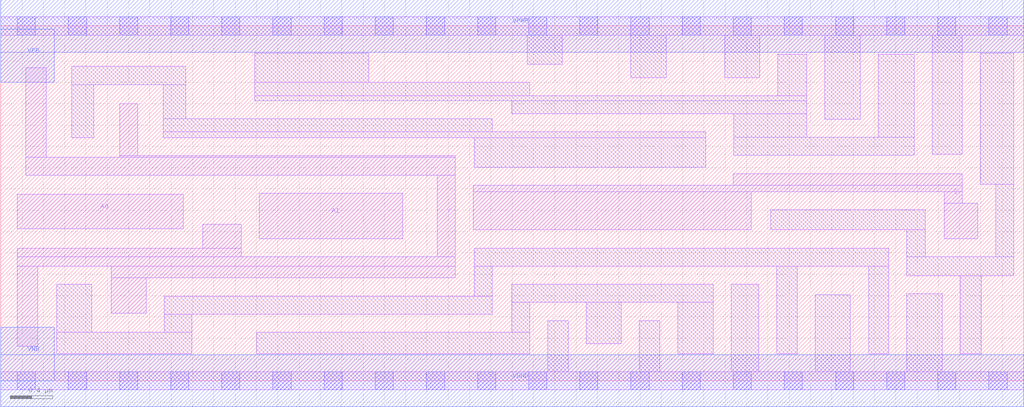
<source format=lef>
# Copyright 2020 The SkyWater PDK Authors
#
# Licensed under the Apache License, Version 2.0 (the "License");
# you may not use this file except in compliance with the License.
# You may obtain a copy of the License at
#
#     https://www.apache.org/licenses/LICENSE-2.0
#
# Unless required by applicable law or agreed to in writing, software
# distributed under the License is distributed on an "AS IS" BASIS,
# WITHOUT WARRANTIES OR CONDITIONS OF ANY KIND, either express or implied.
# See the License for the specific language governing permissions and
# limitations under the License.
#
# SPDX-License-Identifier: Apache-2.0

VERSION 5.5 ;
NAMESCASESENSITIVE ON ;
BUSBITCHARS "[]" ;
DIVIDERCHAR "/" ;
MACRO sky130_fd_sc_lp__mux2i_4
  CLASS CORE ;
  SOURCE USER ;
  ORIGIN  0.000000  0.000000 ;
  SIZE  9.600000 BY  3.330000 ;
  SYMMETRY X Y R90 ;
  SITE unit ;
  PIN A0
    ANTENNAGATEAREA  1.260000 ;
    DIRECTION INPUT ;
    USE SIGNAL ;
    PORT
      LAYER li1 ;
        RECT 0.155000 1.425000 1.715000 1.750000 ;
    END
  END A0
  PIN A1
    ANTENNAGATEAREA  1.260000 ;
    DIRECTION INPUT ;
    USE SIGNAL ;
    PORT
      LAYER li1 ;
        RECT 2.425000 1.335000 3.775000 1.760000 ;
    END
  END A1
  PIN S
    ANTENNAGATEAREA  1.575000 ;
    DIRECTION INPUT ;
    USE SIGNAL ;
    PORT
      LAYER li1 ;
        RECT 4.435000 1.415000 7.045000 1.775000 ;
        RECT 4.435000 1.775000 9.025000 1.835000 ;
        RECT 6.875000 1.835000 9.025000 1.945000 ;
        RECT 8.855000 1.335000 9.170000 1.665000 ;
        RECT 8.855000 1.665000 9.025000 1.775000 ;
    END
  END S
  PIN Y
    ANTENNADIFFAREA  2.961000 ;
    DIRECTION OUTPUT ;
    USE SIGNAL ;
    PORT
      LAYER li1 ;
        RECT 0.155000 0.325000 0.345000 1.075000 ;
        RECT 0.155000 1.075000 4.265000 1.165000 ;
        RECT 0.155000 1.165000 2.255000 1.245000 ;
        RECT 0.235000 1.930000 4.265000 2.100000 ;
        RECT 0.235000 2.100000 0.425000 2.940000 ;
        RECT 1.035000 0.635000 1.365000 0.965000 ;
        RECT 1.035000 0.965000 4.265000 1.075000 ;
        RECT 1.115000 2.100000 4.265000 2.110000 ;
        RECT 1.115000 2.110000 1.285000 2.600000 ;
        RECT 1.895000 1.245000 2.255000 1.470000 ;
        RECT 4.095000 1.165000 4.265000 1.930000 ;
    END
  END Y
  PIN VGND
    DIRECTION INOUT ;
    USE GROUND ;
    PORT
      LAYER met1 ;
        RECT 0.000000 -0.245000 9.600000 0.245000 ;
    END
  END VGND
  PIN VNB
    DIRECTION INOUT ;
    USE GROUND ;
    PORT
    END
  END VNB
  PIN VPB
    DIRECTION INOUT ;
    USE POWER ;
    PORT
    END
  END VPB
  PIN VNB
    DIRECTION INOUT ;
    USE GROUND ;
    PORT
      LAYER met1 ;
        RECT 0.000000 0.000000 0.500000 0.500000 ;
    END
  END VNB
  PIN VPB
    DIRECTION INOUT ;
    USE POWER ;
    PORT
      LAYER met1 ;
        RECT 0.000000 2.800000 0.500000 3.300000 ;
    END
  END VPB
  PIN VPWR
    DIRECTION INOUT ;
    USE POWER ;
    PORT
      LAYER met1 ;
        RECT 0.000000 3.085000 9.600000 3.575000 ;
    END
  END VPWR
  OBS
    LAYER li1 ;
      RECT 0.000000 -0.085000 9.600000 0.085000 ;
      RECT 0.000000  3.245000 9.600000 3.415000 ;
      RECT 0.525000  0.255000 1.795000 0.455000 ;
      RECT 0.525000  0.455000 0.855000 0.905000 ;
      RECT 0.665000  2.280000 0.875000 2.780000 ;
      RECT 0.665000  2.780000 1.735000 2.950000 ;
      RECT 1.525000  2.280000 6.615000 2.335000 ;
      RECT 1.525000  2.335000 4.615000 2.460000 ;
      RECT 1.525000  2.460000 1.735000 2.780000 ;
      RECT 1.535000  0.455000 1.795000 0.625000 ;
      RECT 1.535000  0.625000 4.615000 0.795000 ;
      RECT 2.385000  2.630000 7.565000 2.675000 ;
      RECT 2.385000  2.675000 4.965000 2.800000 ;
      RECT 2.385000  2.800000 3.455000 3.075000 ;
      RECT 2.405000  0.255000 4.965000 0.455000 ;
      RECT 4.445000  0.795000 4.615000 1.075000 ;
      RECT 4.445000  1.075000 8.335000 1.245000 ;
      RECT 4.445000  2.005000 6.615000 2.280000 ;
      RECT 4.795000  0.455000 4.965000 0.735000 ;
      RECT 4.795000  0.735000 6.685000 0.905000 ;
      RECT 4.795000  2.505000 7.565000 2.630000 ;
      RECT 4.940000  2.970000 5.270000 3.245000 ;
      RECT 5.135000  0.085000 5.325000 0.565000 ;
      RECT 5.495000  0.345000 5.825000 0.735000 ;
      RECT 5.915000  2.845000 6.245000 3.245000 ;
      RECT 5.995000  0.085000 6.185000 0.565000 ;
      RECT 6.355000  0.255000 6.685000 0.735000 ;
      RECT 6.795000  2.845000 7.125000 3.245000 ;
      RECT 6.855000  0.085000 7.115000 0.905000 ;
      RECT 6.880000  2.115000 8.575000 2.285000 ;
      RECT 6.880000  2.285000 7.565000 2.505000 ;
      RECT 7.225000  1.415000 8.675000 1.605000 ;
      RECT 7.285000  0.255000 7.475000 1.075000 ;
      RECT 7.295000  2.675000 7.565000 3.065000 ;
      RECT 7.645000  0.085000 7.975000 0.805000 ;
      RECT 7.735000  2.455000 8.065000 3.245000 ;
      RECT 8.145000  0.255000 8.335000 1.075000 ;
      RECT 8.235000  2.285000 8.575000 3.065000 ;
      RECT 8.505000  0.085000 8.835000 0.815000 ;
      RECT 8.505000  0.985000 9.510000 1.165000 ;
      RECT 8.505000  1.165000 8.675000 1.415000 ;
      RECT 8.745000  2.125000 9.025000 3.245000 ;
      RECT 9.005000  0.255000 9.205000 0.985000 ;
      RECT 9.195000  1.845000 9.510000 3.075000 ;
      RECT 9.340000  1.165000 9.510000 1.845000 ;
    LAYER mcon ;
      RECT 0.155000 -0.085000 0.325000 0.085000 ;
      RECT 0.155000  3.245000 0.325000 3.415000 ;
      RECT 0.635000 -0.085000 0.805000 0.085000 ;
      RECT 0.635000  3.245000 0.805000 3.415000 ;
      RECT 1.115000 -0.085000 1.285000 0.085000 ;
      RECT 1.115000  3.245000 1.285000 3.415000 ;
      RECT 1.595000 -0.085000 1.765000 0.085000 ;
      RECT 1.595000  3.245000 1.765000 3.415000 ;
      RECT 2.075000 -0.085000 2.245000 0.085000 ;
      RECT 2.075000  3.245000 2.245000 3.415000 ;
      RECT 2.555000 -0.085000 2.725000 0.085000 ;
      RECT 2.555000  3.245000 2.725000 3.415000 ;
      RECT 3.035000 -0.085000 3.205000 0.085000 ;
      RECT 3.035000  3.245000 3.205000 3.415000 ;
      RECT 3.515000 -0.085000 3.685000 0.085000 ;
      RECT 3.515000  3.245000 3.685000 3.415000 ;
      RECT 3.995000 -0.085000 4.165000 0.085000 ;
      RECT 3.995000  3.245000 4.165000 3.415000 ;
      RECT 4.475000 -0.085000 4.645000 0.085000 ;
      RECT 4.475000  3.245000 4.645000 3.415000 ;
      RECT 4.955000 -0.085000 5.125000 0.085000 ;
      RECT 4.955000  3.245000 5.125000 3.415000 ;
      RECT 5.435000 -0.085000 5.605000 0.085000 ;
      RECT 5.435000  3.245000 5.605000 3.415000 ;
      RECT 5.915000 -0.085000 6.085000 0.085000 ;
      RECT 5.915000  3.245000 6.085000 3.415000 ;
      RECT 6.395000 -0.085000 6.565000 0.085000 ;
      RECT 6.395000  3.245000 6.565000 3.415000 ;
      RECT 6.875000 -0.085000 7.045000 0.085000 ;
      RECT 6.875000  3.245000 7.045000 3.415000 ;
      RECT 7.355000 -0.085000 7.525000 0.085000 ;
      RECT 7.355000  3.245000 7.525000 3.415000 ;
      RECT 7.835000 -0.085000 8.005000 0.085000 ;
      RECT 7.835000  3.245000 8.005000 3.415000 ;
      RECT 8.315000 -0.085000 8.485000 0.085000 ;
      RECT 8.315000  3.245000 8.485000 3.415000 ;
      RECT 8.795000 -0.085000 8.965000 0.085000 ;
      RECT 8.795000  3.245000 8.965000 3.415000 ;
      RECT 9.275000 -0.085000 9.445000 0.085000 ;
      RECT 9.275000  3.245000 9.445000 3.415000 ;
  END
END sky130_fd_sc_lp__mux2i_4
END LIBRARY

</source>
